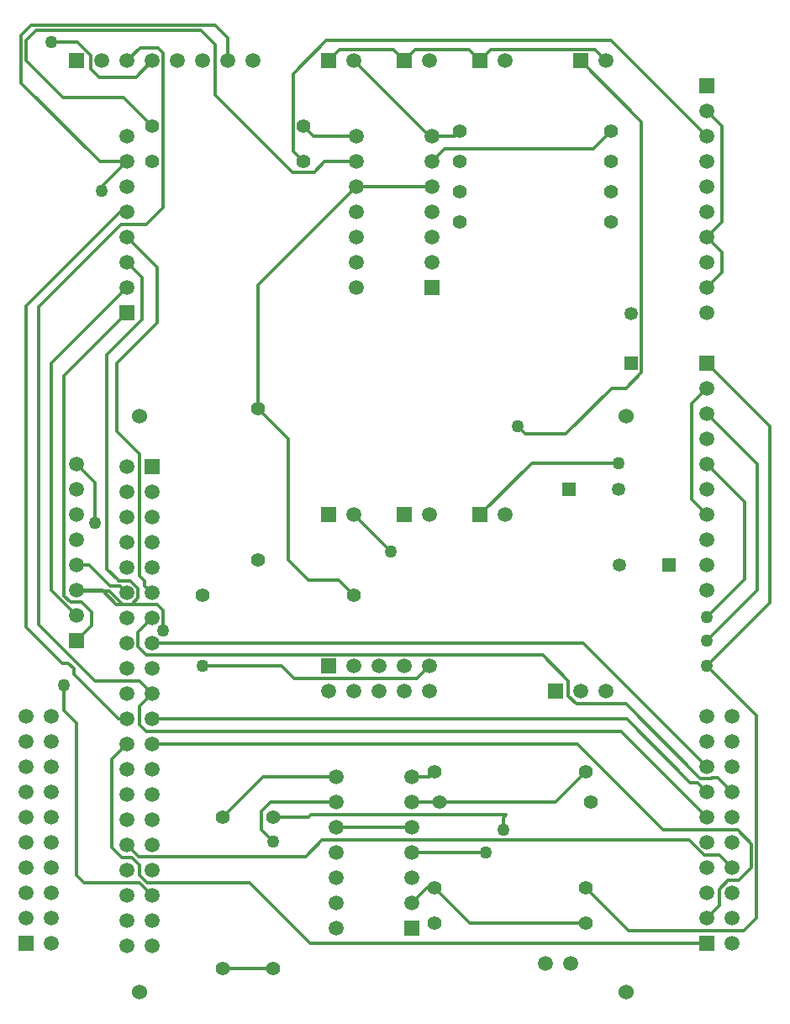
<source format=gbl>
G04 Layer_Physical_Order=2*
G04 Layer_Color=16711680*
%FSLAX44Y44*%
%MOMM*%
G71*
G01*
G75*
%ADD12C,0.3048*%
%ADD15C,1.5000*%
%ADD16R,1.5000X1.5000*%
%ADD17R,1.3500X1.3500*%
%ADD18C,1.3500*%
%ADD19R,1.3500X1.3500*%
%ADD20R,1.5000X1.5000*%
%ADD21C,1.5240*%
%ADD22C,1.4000*%
%ADD23C,1.2700*%
D12*
X685800Y1392936D02*
Y1397000D01*
X711200Y1422400D01*
X685800Y1392936D02*
X689864D01*
X660400Y703580D02*
Y857250D01*
Y703580D02*
X668020Y695960D01*
X723900D01*
X647700Y869950D02*
X660400Y857250D01*
X647700Y869950D02*
Y895350D01*
X657352Y906018D02*
X702310Y861060D01*
X657352Y906018D02*
Y912048D01*
X651698Y917702D02*
X657352Y912048D01*
X645668Y917702D02*
X651698D01*
X609600Y953770D02*
X645668Y917702D01*
X622300Y956056D02*
X679196Y899160D01*
X1295400Y1117600D02*
X1333500Y1079500D01*
Y1002030D02*
Y1079500D01*
X1295400Y963930D02*
X1333500Y1002030D01*
X1295400Y1168400D02*
X1346200Y1117600D01*
Y990600D02*
Y1117600D01*
X1295400Y939800D02*
X1346200Y990600D01*
X1295400Y1219200D02*
X1358900Y1155700D01*
Y977900D02*
Y1155700D01*
X1295400Y914400D02*
X1358900Y977900D01*
X647700Y1206500D02*
X711200Y1270000D01*
X647700Y985266D02*
Y1206500D01*
Y985266D02*
X654050Y978916D01*
X635000Y1219200D02*
X711200Y1295400D01*
X635000Y990600D02*
Y1219200D01*
Y990600D02*
X660400Y965200D01*
X622300Y956056D02*
Y1276350D01*
X609600Y953770D02*
Y1277403D01*
X654050Y978916D02*
X665480D01*
X729136Y995524D02*
Y999976D01*
Y995524D02*
X736600Y988060D01*
X879348Y901700D02*
X1003300D01*
X866648Y914400D02*
X879348Y901700D01*
X787400Y914400D02*
X866648D01*
X736600Y937260D02*
X1170940D01*
X1295400Y812800D01*
X1155700Y884682D02*
Y899922D01*
X1306322Y801878D02*
X1320800Y787400D01*
X736600Y835660D02*
X1164844D01*
X1251204Y749300D01*
X1326134D01*
X1316736Y698500D02*
X1327150D01*
X730758Y848360D02*
X1209040D01*
X1295400Y762000D01*
X711200Y1524000D02*
X724662Y1537462D01*
X742188D01*
X679196Y899160D02*
X723900D01*
X736600Y886460D01*
Y861060D02*
X1214337D01*
X1278197Y797200D01*
X1285600D01*
X1295400Y787400D01*
X720344Y1507744D02*
X736600Y1524000D01*
X682752Y1507744D02*
X720344D01*
X1003300Y901700D02*
X1016000Y914400D01*
X702310Y861060D02*
X711200D01*
X723900Y695960D02*
X736600Y683260D01*
X1327150Y698500D02*
X1339850Y711200D01*
Y735584D01*
X1326134Y749300D02*
X1339850Y735584D01*
X660400Y1117600D02*
X678688Y1099312D01*
Y1058926D02*
Y1099312D01*
X1118870Y1118870D02*
X1206500D01*
X1066800Y1066800D02*
X1118870Y1118870D01*
X922020Y751840D02*
X998220D01*
X942340Y1397000D02*
X1018540D01*
X1308100Y723900D02*
X1320800Y711200D01*
X1292352Y723900D02*
X1308100D01*
X1277112Y739140D02*
X1292352Y723900D01*
X907796Y739140D02*
X1277112D01*
X939800Y1524000D02*
X1016000Y1447800D01*
X998220Y726440D02*
X1072896D01*
X895858Y635000D02*
X1295400D01*
X939800Y1066800D02*
X976630Y1029970D01*
X911606Y1544320D02*
X1198880D01*
X1295400Y1447800D01*
X726440Y1263636D02*
Y1305560D01*
X711200Y1320800D02*
X726440Y1305560D01*
X741680Y1259840D02*
Y1315720D01*
X711200Y1346200D02*
X741680Y1315720D01*
X747656Y1376052D02*
Y1531994D01*
X742188Y1537462D02*
X747656Y1531994D01*
X674744Y1515752D02*
X682752Y1507744D01*
X635000Y1543050D02*
X661379D01*
X674744Y1529685D01*
Y1515752D02*
Y1529685D01*
X1016000Y1447800D02*
X1018540D01*
X1295400Y1346200D02*
X1310640Y1361440D01*
Y1457960D01*
X1295400Y1473200D02*
X1310640Y1457960D01*
X1295400Y1295400D02*
X1310640Y1310640D01*
Y1330960D01*
X1295400Y1346200D02*
X1310640Y1330960D01*
X1280160Y1082040D02*
X1295400Y1066800D01*
X1280160Y1082040D02*
Y1178560D01*
X1295400Y1193800D01*
X711200Y734060D02*
X722630Y722630D01*
X706120Y721360D02*
X716280D01*
X723900Y713740D01*
Y703580D02*
Y713740D01*
Y703580D02*
X731520Y695960D01*
X834898D01*
X895858Y635000D01*
X722630Y722630D02*
X891286D01*
X907796Y739140D01*
X695960Y731520D02*
X706120Y721360D01*
X695960Y731520D02*
Y820420D01*
X711200Y835660D01*
X660400Y939800D02*
X675640Y955040D01*
Y968756D01*
X665480Y978916D02*
X675640Y968756D01*
X702176Y1000760D02*
X702678Y1000258D01*
X714638D01*
X722256Y992640D01*
Y983480D02*
Y992640D01*
X715780Y977004D02*
X722256Y983480D01*
X706620Y977004D02*
X715780D01*
X660400Y990600D02*
X660902Y990098D01*
X660400Y1016000D02*
X673162D01*
X693984Y995178D01*
X704082D01*
X711200Y988060D01*
X730878Y925456D02*
X1130166D01*
X1155700Y899922D01*
X722256Y934078D02*
Y948316D01*
X736600Y962660D01*
X1299980Y801744D02*
X1300114Y801878D01*
X1306322D01*
X1288676Y801744D02*
X1299980D01*
X1155700Y884682D02*
X1164082Y876300D01*
X1214120D01*
X1288676Y801744D01*
X1295400Y660400D02*
X1308100Y673100D01*
Y689864D01*
X1316736Y698500D01*
X896620Y764540D02*
X1092708D01*
X622300Y1276350D02*
X704850Y1358900D01*
X730504D01*
X747656Y1376052D01*
X609600Y1277403D02*
X696177Y1363980D01*
X703797Y1371600D01*
X711200D01*
X723900Y1005212D02*
X729136Y999976D01*
X723900Y1005212D02*
Y1127760D01*
X722256Y934078D02*
X730878Y925456D01*
X723900Y855218D02*
X730758Y848360D01*
X723900Y855218D02*
Y873760D01*
X736600Y886460D01*
X747776Y949960D02*
Y970788D01*
X660400Y990600D02*
X686308D01*
X1229360Y1227969D02*
X1229506Y1227823D01*
X1229360Y1227969D02*
Y1265185D01*
X1229506Y1265331D01*
Y1462894D01*
X1168400Y1524000D02*
X1229506Y1462894D01*
X843280Y1297940D02*
X942340Y1397000D01*
X843280Y1173480D02*
Y1297940D01*
Y1173480D02*
X873760Y1143000D01*
Y1021080D02*
Y1143000D01*
Y1021080D02*
X894080Y1000760D01*
X924560D01*
X939800Y985520D01*
X807720Y609600D02*
X858520D01*
X998220Y777240D02*
X1026160D01*
X894080Y762000D02*
X896620Y764540D01*
X858520Y762000D02*
X894080D01*
X1018540Y1422400D02*
X1031240Y1435100D01*
X1181100D01*
X1198880Y1452880D01*
X878332Y1511046D02*
X911606Y1544320D01*
X878332Y1433068D02*
Y1511046D01*
Y1433068D02*
X889000Y1422400D01*
X807720Y762000D02*
X848360Y802640D01*
X922020D01*
X889000Y1457960D02*
X899160Y1447800D01*
X942340D01*
X1041400D02*
X1046480Y1452880D01*
X1018540Y1447800D02*
X1041400D01*
X1173480Y690880D02*
X1216660Y647700D01*
X1332230D01*
X1344930Y660400D01*
Y864870D01*
X1295400Y914400D02*
X1344930Y864870D01*
X707644Y1486916D02*
X736600Y1457960D01*
X787400Y1552956D02*
X800100Y1540256D01*
Y1489456D02*
Y1540256D01*
Y1489456D02*
X877824Y1411732D01*
X899668D01*
X910336Y1422400D01*
X942340D01*
X846836Y749808D02*
X858520Y738124D01*
X846836Y749808D02*
Y768350D01*
X855726Y777240D01*
X922020D01*
X998220Y675640D02*
X1013460Y690880D01*
X1021080D01*
X1056640Y655320D01*
X1173480D01*
X1090000Y761832D02*
X1092708Y764540D01*
X1090000Y750000D02*
Y761832D01*
X925456Y1535056D02*
X979544D01*
X914400Y1524000D02*
X925456Y1535056D01*
X979544D02*
X990600Y1524000D01*
X1001656Y1535056D02*
X1055744D01*
X990600Y1524000D02*
X1001656Y1535056D01*
X1055744D02*
X1066800Y1524000D01*
X1077856Y1535056D01*
X1182744D02*
X1193800Y1524000D01*
X1077856Y1535056D02*
X1182744D01*
X690880Y1012056D02*
X702176Y1000760D01*
X690880Y1012056D02*
Y1228076D01*
X726440Y1263636D01*
X701040Y1150620D02*
X723900Y1127760D01*
X701040Y1150620D02*
Y1219200D01*
X741680Y1259840D01*
X1104900Y1155700D02*
X1112520Y1148080D01*
X1229506Y1210456D02*
Y1227823D01*
X1112520Y1148080D02*
X1153160D01*
X1213485Y1194435D02*
X1229506Y1210456D01*
X1199515Y1194435D02*
X1213485D01*
X1153160Y1148080D02*
X1199515Y1194435D01*
X741680Y976884D02*
X747776Y970788D01*
X700024Y976884D02*
X741680D01*
X609600Y1524000D02*
X646684Y1486916D01*
X707644D01*
X609600Y1524000D02*
Y1544320D01*
X619760Y1554480D01*
X785876D01*
X787400Y1552956D01*
X998220Y802640D02*
X1016000D01*
X1021080Y807720D01*
X1026160Y777240D02*
X1143000D01*
X1173480Y807720D01*
X693527Y990098D02*
X706620Y977004D01*
X683514Y1422400D02*
X711200D01*
X604520Y1501394D02*
X683514Y1422400D01*
X604520Y1501394D02*
Y1549400D01*
X614680Y1559560D01*
X800100D01*
X812800Y1546860D01*
Y1524000D02*
Y1546860D01*
X660902Y990098D02*
X693527D01*
X686308Y990600D02*
X700024Y976884D01*
D15*
X1158240Y614680D02*
D03*
X1132840D02*
D03*
X1168400Y889000D02*
D03*
X1193800D02*
D03*
X1295400Y1270000D02*
D03*
Y1295400D02*
D03*
Y1320800D02*
D03*
Y1346200D02*
D03*
Y1371600D02*
D03*
Y1397000D02*
D03*
Y1422400D02*
D03*
Y1447800D02*
D03*
Y1473200D02*
D03*
Y990600D02*
D03*
Y1016000D02*
D03*
Y1041400D02*
D03*
Y1066800D02*
D03*
Y1092200D02*
D03*
Y1117600D02*
D03*
Y1143000D02*
D03*
Y1168400D02*
D03*
Y1193800D02*
D03*
X711200Y632460D02*
D03*
X736600D02*
D03*
X711200Y657860D02*
D03*
X736600D02*
D03*
X711200Y683260D02*
D03*
X736600D02*
D03*
X711200Y708660D02*
D03*
X736600D02*
D03*
X711200Y734060D02*
D03*
X736600D02*
D03*
X711200Y759460D02*
D03*
X736600D02*
D03*
X711200Y784860D02*
D03*
X736600D02*
D03*
X711200Y810260D02*
D03*
X736600D02*
D03*
X711200Y835660D02*
D03*
X736600D02*
D03*
X711200Y861060D02*
D03*
X736600D02*
D03*
X711200Y886460D02*
D03*
X736600D02*
D03*
X711200Y911860D02*
D03*
X736600D02*
D03*
X711200Y937260D02*
D03*
X736600D02*
D03*
X711200Y962660D02*
D03*
X736600D02*
D03*
X711200Y988060D02*
D03*
X736600D02*
D03*
X711200Y1013460D02*
D03*
X736600D02*
D03*
X711200Y1038860D02*
D03*
X736600D02*
D03*
X711200Y1064260D02*
D03*
X736600D02*
D03*
X711200Y1089660D02*
D03*
X736600D02*
D03*
X711200Y1115060D02*
D03*
X635000Y635000D02*
D03*
X609600Y660400D02*
D03*
X635000D02*
D03*
X609600Y685800D02*
D03*
X635000D02*
D03*
X609600Y711200D02*
D03*
X635000D02*
D03*
X609600Y736600D02*
D03*
X635000D02*
D03*
X609600Y762000D02*
D03*
X635000D02*
D03*
X609600Y787400D02*
D03*
X635000D02*
D03*
X609600Y812800D02*
D03*
X635000D02*
D03*
X609600Y838200D02*
D03*
X635000D02*
D03*
X609600Y863600D02*
D03*
X635000D02*
D03*
X1320800Y635000D02*
D03*
X1295400Y660400D02*
D03*
X1320800D02*
D03*
X1295400Y685800D02*
D03*
X1320800D02*
D03*
X1295400Y711200D02*
D03*
X1320800D02*
D03*
X1295400Y736600D02*
D03*
X1320800D02*
D03*
X1295400Y762000D02*
D03*
X1320800D02*
D03*
X1295400Y787400D02*
D03*
X1320800D02*
D03*
X1295400Y812800D02*
D03*
X1320800D02*
D03*
X1295400Y838200D02*
D03*
X1320800D02*
D03*
X1295400Y863600D02*
D03*
X1320800D02*
D03*
X685800Y1524000D02*
D03*
X711200D02*
D03*
X736600D02*
D03*
X762000D02*
D03*
X787400D02*
D03*
X812800D02*
D03*
X838200D02*
D03*
X711200Y1295400D02*
D03*
Y1320800D02*
D03*
Y1346200D02*
D03*
Y1371600D02*
D03*
Y1397000D02*
D03*
Y1422400D02*
D03*
Y1447800D02*
D03*
X660400Y965200D02*
D03*
Y990600D02*
D03*
Y1016000D02*
D03*
Y1041400D02*
D03*
Y1066800D02*
D03*
Y1092200D02*
D03*
Y1117600D02*
D03*
X1193800Y1524000D02*
D03*
X1016000D02*
D03*
X939800D02*
D03*
X1092200D02*
D03*
Y1066800D02*
D03*
X939800D02*
D03*
X1016000D02*
D03*
Y889000D02*
D03*
Y914400D02*
D03*
X990600Y889000D02*
D03*
Y914400D02*
D03*
X965200Y889000D02*
D03*
Y914400D02*
D03*
X939800Y889000D02*
D03*
Y914400D02*
D03*
X914400Y889000D02*
D03*
X942340Y1447800D02*
D03*
Y1422400D02*
D03*
Y1397000D02*
D03*
Y1371600D02*
D03*
Y1346200D02*
D03*
Y1320800D02*
D03*
Y1295400D02*
D03*
X1018540Y1447800D02*
D03*
Y1422400D02*
D03*
Y1397000D02*
D03*
Y1371600D02*
D03*
Y1346200D02*
D03*
Y1320800D02*
D03*
X922020Y802640D02*
D03*
Y777240D02*
D03*
Y751840D02*
D03*
Y726440D02*
D03*
Y701040D02*
D03*
Y675640D02*
D03*
Y650240D02*
D03*
X998220Y802640D02*
D03*
Y777240D02*
D03*
Y751840D02*
D03*
Y726440D02*
D03*
Y701040D02*
D03*
Y675640D02*
D03*
D16*
X1143000Y889000D02*
D03*
X660400Y1524000D02*
D03*
X1168400D02*
D03*
X990600D02*
D03*
X914400D02*
D03*
X1066800D02*
D03*
Y1066800D02*
D03*
X914400D02*
D03*
X990600D02*
D03*
X914400Y914400D02*
D03*
X1018540Y1295400D02*
D03*
X998220Y650240D02*
D03*
D17*
X1256900Y1016000D02*
D03*
X1156100Y1092200D02*
D03*
D18*
X1206900Y1016000D02*
D03*
X1206100Y1092200D02*
D03*
X1219200Y1269600D02*
D03*
D19*
Y1219600D02*
D03*
D20*
X1295400Y1498600D02*
D03*
Y1219200D02*
D03*
X736600Y1115060D02*
D03*
X609600Y635000D02*
D03*
X1295400D02*
D03*
X711200Y1270000D02*
D03*
X660400Y939800D02*
D03*
D21*
X723900Y1166300D02*
D03*
X1213900Y586300D02*
D03*
X723900D02*
D03*
X1213900Y1166300D02*
D03*
D22*
X1021080Y690880D02*
D03*
X1173480D02*
D03*
Y655320D02*
D03*
X1021080D02*
D03*
X1026160Y777240D02*
D03*
X1178560D02*
D03*
X1173480Y807720D02*
D03*
X1021080D02*
D03*
X807720Y609600D02*
D03*
Y762000D02*
D03*
X858520Y609600D02*
D03*
Y762000D02*
D03*
X939800Y985520D02*
D03*
X787400D02*
D03*
X843280Y1021080D02*
D03*
Y1173480D02*
D03*
X1046480Y1391920D02*
D03*
X1198880D02*
D03*
X1046480Y1361440D02*
D03*
X1198880D02*
D03*
X1046480Y1422400D02*
D03*
X1198880D02*
D03*
X736600Y1457960D02*
D03*
X889000D02*
D03*
X736600Y1422400D02*
D03*
X889000D02*
D03*
X1198880Y1452880D02*
D03*
X1046480D02*
D03*
D23*
X685800Y1392936D02*
D03*
X1104900Y1155700D02*
D03*
X647700Y895350D02*
D03*
X787400Y914400D02*
D03*
X635000Y1543050D02*
D03*
X1206500Y1118870D02*
D03*
X1295400Y914400D02*
D03*
Y939800D02*
D03*
Y963930D02*
D03*
X678688Y1058926D02*
D03*
X1072896Y726440D02*
D03*
X976630Y1029970D02*
D03*
X747776Y949960D02*
D03*
X858520Y738124D02*
D03*
X1090000Y750000D02*
D03*
M02*

</source>
